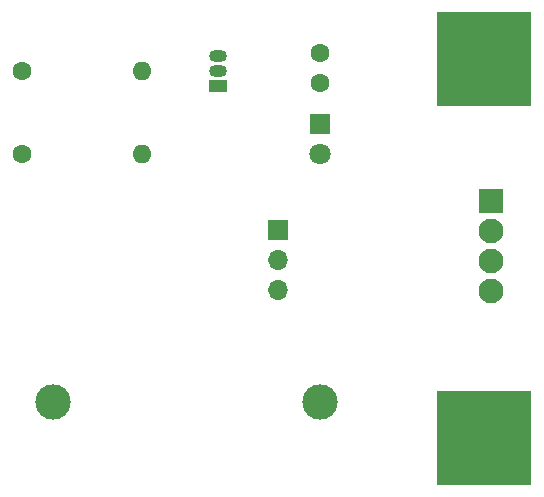
<source format=gbr>
%TF.GenerationSoftware,KiCad,Pcbnew,8.0.4*%
%TF.CreationDate,2024-08-25T13:27:35-07:00*%
%TF.ProjectId,EuroVan interior LED controller,4575726f-5661-46e2-9069-6e746572696f,rev?*%
%TF.SameCoordinates,Original*%
%TF.FileFunction,Soldermask,Bot*%
%TF.FilePolarity,Negative*%
%FSLAX46Y46*%
G04 Gerber Fmt 4.6, Leading zero omitted, Abs format (unit mm)*
G04 Created by KiCad (PCBNEW 8.0.4) date 2024-08-25 13:27:35*
%MOMM*%
%LPD*%
G01*
G04 APERTURE LIST*
%ADD10C,1.600000*%
%ADD11O,1.600000X1.600000*%
%ADD12C,2.000000*%
%ADD13R,8.000000X8.000000*%
%ADD14R,1.700000X1.700000*%
%ADD15O,1.700000X1.700000*%
%ADD16C,2.100000*%
%ADD17R,2.100000X2.100000*%
%ADD18C,3.000000*%
%ADD19O,1.500000X1.050000*%
%ADD20R,1.500000X1.050000*%
%ADD21C,1.800000*%
%ADD22R,1.800000X1.800000*%
G04 APERTURE END LIST*
D10*
%TO.C,R3*%
X145000000Y-107000000D03*
X145000000Y-104460000D03*
%TD*%
D11*
%TO.C,R1*%
X130000000Y-106000000D03*
D10*
X119840000Y-106000000D03*
%TD*%
D12*
%TO.C,TP1*%
X161500000Y-134500000D03*
X156420000Y-137040000D03*
D13*
X158920000Y-137040000D03*
D12*
X161500000Y-139580000D03*
%TD*%
%TO.C,TP2*%
X161500000Y-102420000D03*
X156420000Y-104960000D03*
D13*
X158920000Y-104960000D03*
D12*
X161500000Y-107500000D03*
%TD*%
D14*
%TO.C,SW1*%
X141500000Y-119475000D03*
D15*
X141500000Y-122015000D03*
X141500000Y-124555000D03*
%TD*%
D16*
%TO.C,J1*%
X159500000Y-124620000D03*
X159500000Y-122080000D03*
X159500000Y-119540000D03*
D17*
X159500000Y-117000000D03*
%TD*%
D18*
%TO.C,F1*%
X145000000Y-134000000D03*
X122400000Y-134000000D03*
%TD*%
D10*
%TO.C,R2*%
X119840000Y-113000000D03*
D11*
X130000000Y-113000000D03*
%TD*%
D19*
%TO.C,Q1*%
X136360000Y-104730000D03*
X136360000Y-106000000D03*
D20*
X136360000Y-107270000D03*
%TD*%
D21*
%TO.C,D1*%
X145000000Y-113040000D03*
D22*
X145000000Y-110500000D03*
%TD*%
M02*

</source>
